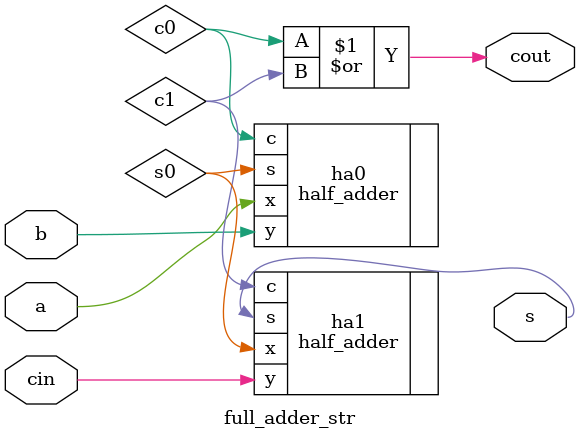
<source format=sv>
/* full adder structural design */

module full_adder_str (
    input  logic a, b, cin,
    output logic s, cout
);

logic s0, c0, c1;

// half_adder devresini iki kere instantiate et
// o devrenin portlarini yazarak asagidaki gibi template olustur
//
// half_adder instname (.x( ), .y( ), .s( ), .c( ));
//
// sonra devre semasina bakarak baglantilari yap
// ismi olmayan baglantilar icin intermedate sinyal olustur s0, c0, c1 gibi

// bloklarin siralamasinin bir onemi yok
assign cout = c0 | c1;

half_adder ha0 (.x(a), .y(b), .s(s0), .c(c0));
half_adder ha1 (.x(s0), .y(cin), .s(s), .c(c1));

endmodule

</source>
